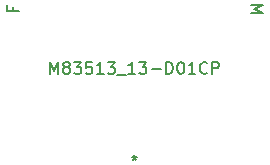
<source format=gbr>
%TF.GenerationSoftware,KiCad,Pcbnew,(5.1.10)-1*%
%TF.CreationDate,2021-10-12T15:24:05-07:00*%
%TF.ProjectId,MicroD25_Bondpad,4d696372-6f44-4323-955f-426f6e647061,rev?*%
%TF.SameCoordinates,Original*%
%TF.FileFunction,Legend,Top*%
%TF.FilePolarity,Positive*%
%FSLAX46Y46*%
G04 Gerber Fmt 4.6, Leading zero omitted, Abs format (unit mm)*
G04 Created by KiCad (PCBNEW (5.1.10)-1) date 2021-10-12 15:24:05*
%MOMM*%
%LPD*%
G01*
G04 APERTURE LIST*
%ADD10C,0.150000*%
G04 APERTURE END LIST*
D10*
X152862019Y-128349333D02*
X153862019Y-128349333D01*
X153147733Y-128016000D01*
X153862019Y-127682666D01*
X152862019Y-127682666D01*
X132719771Y-127873142D02*
X132719771Y-128206476D01*
X133243580Y-128206476D02*
X132243580Y-128206476D01*
X132243580Y-127730285D01*
%TO.C,J1*%
X135882952Y-133548380D02*
X135882952Y-132548380D01*
X136216285Y-133262666D01*
X136549619Y-132548380D01*
X136549619Y-133548380D01*
X137168666Y-132976952D02*
X137073428Y-132929333D01*
X137025809Y-132881714D01*
X136978190Y-132786476D01*
X136978190Y-132738857D01*
X137025809Y-132643619D01*
X137073428Y-132596000D01*
X137168666Y-132548380D01*
X137359142Y-132548380D01*
X137454380Y-132596000D01*
X137502000Y-132643619D01*
X137549619Y-132738857D01*
X137549619Y-132786476D01*
X137502000Y-132881714D01*
X137454380Y-132929333D01*
X137359142Y-132976952D01*
X137168666Y-132976952D01*
X137073428Y-133024571D01*
X137025809Y-133072190D01*
X136978190Y-133167428D01*
X136978190Y-133357904D01*
X137025809Y-133453142D01*
X137073428Y-133500761D01*
X137168666Y-133548380D01*
X137359142Y-133548380D01*
X137454380Y-133500761D01*
X137502000Y-133453142D01*
X137549619Y-133357904D01*
X137549619Y-133167428D01*
X137502000Y-133072190D01*
X137454380Y-133024571D01*
X137359142Y-132976952D01*
X137882952Y-132548380D02*
X138502000Y-132548380D01*
X138168666Y-132929333D01*
X138311523Y-132929333D01*
X138406761Y-132976952D01*
X138454380Y-133024571D01*
X138502000Y-133119809D01*
X138502000Y-133357904D01*
X138454380Y-133453142D01*
X138406761Y-133500761D01*
X138311523Y-133548380D01*
X138025809Y-133548380D01*
X137930571Y-133500761D01*
X137882952Y-133453142D01*
X139406761Y-132548380D02*
X138930571Y-132548380D01*
X138882952Y-133024571D01*
X138930571Y-132976952D01*
X139025809Y-132929333D01*
X139263904Y-132929333D01*
X139359142Y-132976952D01*
X139406761Y-133024571D01*
X139454380Y-133119809D01*
X139454380Y-133357904D01*
X139406761Y-133453142D01*
X139359142Y-133500761D01*
X139263904Y-133548380D01*
X139025809Y-133548380D01*
X138930571Y-133500761D01*
X138882952Y-133453142D01*
X140406761Y-133548380D02*
X139835333Y-133548380D01*
X140121047Y-133548380D02*
X140121047Y-132548380D01*
X140025809Y-132691238D01*
X139930571Y-132786476D01*
X139835333Y-132834095D01*
X140740095Y-132548380D02*
X141359142Y-132548380D01*
X141025809Y-132929333D01*
X141168666Y-132929333D01*
X141263904Y-132976952D01*
X141311523Y-133024571D01*
X141359142Y-133119809D01*
X141359142Y-133357904D01*
X141311523Y-133453142D01*
X141263904Y-133500761D01*
X141168666Y-133548380D01*
X140882952Y-133548380D01*
X140787714Y-133500761D01*
X140740095Y-133453142D01*
X141549619Y-133643619D02*
X142311523Y-133643619D01*
X143073428Y-133548380D02*
X142502000Y-133548380D01*
X142787714Y-133548380D02*
X142787714Y-132548380D01*
X142692476Y-132691238D01*
X142597238Y-132786476D01*
X142502000Y-132834095D01*
X143406761Y-132548380D02*
X144025809Y-132548380D01*
X143692476Y-132929333D01*
X143835333Y-132929333D01*
X143930571Y-132976952D01*
X143978190Y-133024571D01*
X144025809Y-133119809D01*
X144025809Y-133357904D01*
X143978190Y-133453142D01*
X143930571Y-133500761D01*
X143835333Y-133548380D01*
X143549619Y-133548380D01*
X143454380Y-133500761D01*
X143406761Y-133453142D01*
X144454380Y-133167428D02*
X145216285Y-133167428D01*
X145692476Y-133548380D02*
X145692476Y-132548380D01*
X145930571Y-132548380D01*
X146073428Y-132596000D01*
X146168666Y-132691238D01*
X146216285Y-132786476D01*
X146263904Y-132976952D01*
X146263904Y-133119809D01*
X146216285Y-133310285D01*
X146168666Y-133405523D01*
X146073428Y-133500761D01*
X145930571Y-133548380D01*
X145692476Y-133548380D01*
X146882952Y-132548380D02*
X146978190Y-132548380D01*
X147073428Y-132596000D01*
X147121047Y-132643619D01*
X147168666Y-132738857D01*
X147216285Y-132929333D01*
X147216285Y-133167428D01*
X147168666Y-133357904D01*
X147121047Y-133453142D01*
X147073428Y-133500761D01*
X146978190Y-133548380D01*
X146882952Y-133548380D01*
X146787714Y-133500761D01*
X146740095Y-133453142D01*
X146692476Y-133357904D01*
X146644857Y-133167428D01*
X146644857Y-132929333D01*
X146692476Y-132738857D01*
X146740095Y-132643619D01*
X146787714Y-132596000D01*
X146882952Y-132548380D01*
X148168666Y-133548380D02*
X147597238Y-133548380D01*
X147882952Y-133548380D02*
X147882952Y-132548380D01*
X147787714Y-132691238D01*
X147692476Y-132786476D01*
X147597238Y-132834095D01*
X149168666Y-133453142D02*
X149121047Y-133500761D01*
X148978190Y-133548380D01*
X148882952Y-133548380D01*
X148740095Y-133500761D01*
X148644857Y-133405523D01*
X148597238Y-133310285D01*
X148549619Y-133119809D01*
X148549619Y-132976952D01*
X148597238Y-132786476D01*
X148644857Y-132691238D01*
X148740095Y-132596000D01*
X148882952Y-132548380D01*
X148978190Y-132548380D01*
X149121047Y-132596000D01*
X149168666Y-132643619D01*
X149597238Y-133548380D02*
X149597238Y-132548380D01*
X149978190Y-132548380D01*
X150073428Y-132596000D01*
X150121047Y-132643619D01*
X150168666Y-132738857D01*
X150168666Y-132881714D01*
X150121047Y-132976952D01*
X150073428Y-133024571D01*
X149978190Y-133072190D01*
X149597238Y-133072190D01*
X143002000Y-140422380D02*
X143002000Y-140660476D01*
X142763904Y-140565238D02*
X143002000Y-140660476D01*
X143240095Y-140565238D01*
X142859142Y-140850952D02*
X143002000Y-140660476D01*
X143144857Y-140850952D01*
%TD*%
M02*

</source>
